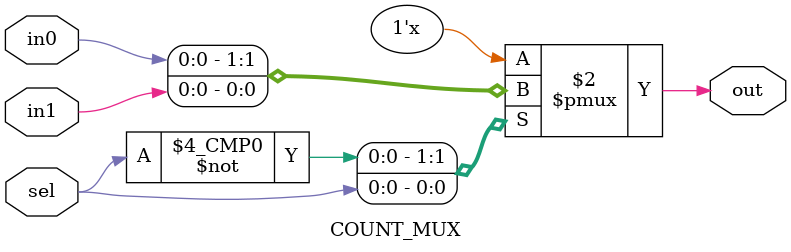
<source format=v>
`timescale 1ns / 1ps


module COUNT_MUX (
    input in0,
    input in1,
    input sel,
    output reg out
    );
    
always@(*)
begin
case(sel)
    0: begin
        out=in0;
       end
    1: begin
        out=in1;
       end
   default: out=0;
endcase
end    
    
endmodule

</source>
